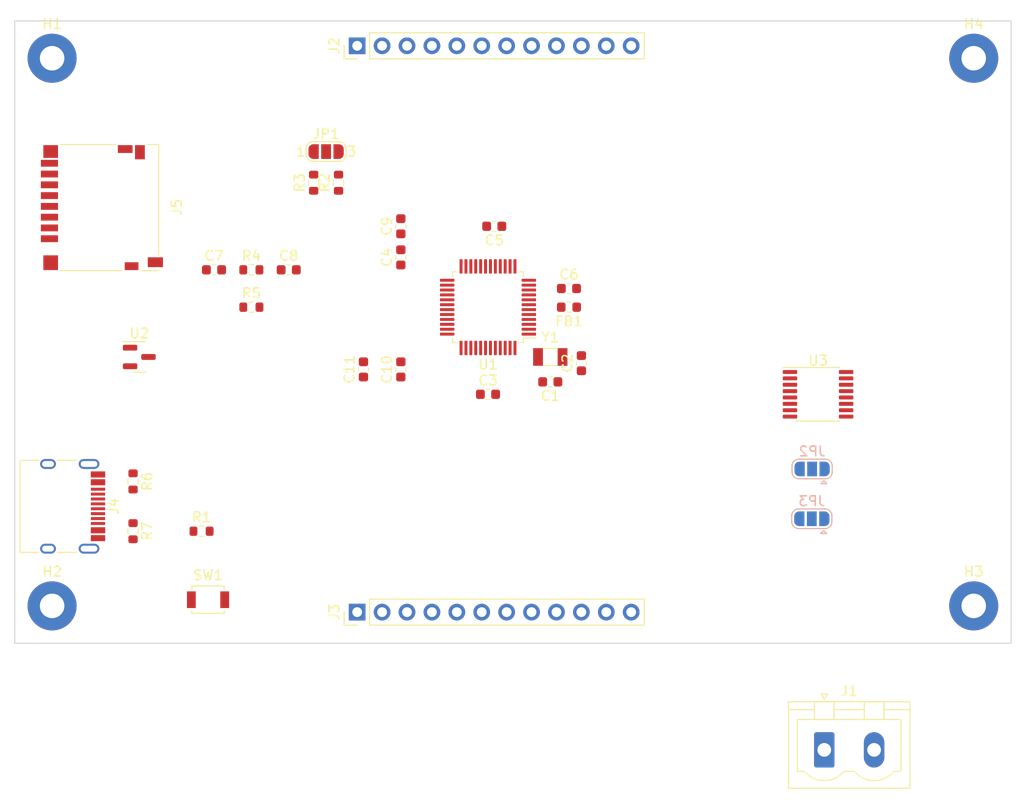
<source format=kicad_pcb>
(kicad_pcb (version 20211014) (generator pcbnew)
  (layers (0 "F.Cu" signal) (31 "B.Cu" signal) (34 "B.Paste" user) (35 "F.Paste" user) (36 "B.SilkS" user "B.Silkscreen") (37 "F.SilkS" user "F.Silkscreen") (38 "B.Mask" user) (39 "F.Mask" user) (44 "Edge.Cuts" user))
  (net 0 "")
  (net 1 "GND")
  (net 2 "Net-(C1-Pad2)")
  (net 3 "Net-(C2-Pad2)")
  (net 4 "Net-(C3-Pad2)")
  (net 5 "+3V3")
  (net 6 "Net-(C6-Pad1)")
  (net 7 "+BATT")
  (net 8 "D9{slash}A7")
  (net 9 "MICROSD_PWR")
  (net 10 "Net-(C11-Pad2)")
  (net 11 "VBUS")
  (net 12 "Net-(C10-Pad2)")
  (net 14 "MICROSD_CS")
  (net 15 "SPI_COPI")
  (net 16 "SPI_SCK")
  (net 17 "SPI_CIPO")
  (net 19 "ADDR_A0")
  (net 20 "ADDR_A1")
  (net 21 "SDA")
  (net 22 "SCL")
  (net 23 "A0")
  (net 24 "AREF")
  (net 25 "A1")
  (net 26 "A2")
  (net 27 "A3")
  (net 28 "A4")
  (net 29 "D8")
  (net 30 "D4")
  (net 31 "D3")
  (net 32 "D1{slash}TXO")
  (net 33 "D0{slash}RXI")
  (net 34 "PA13{slash}ATN")
  (net 35 "D2")
  (net 36 "D5")
  (net 37 "D11")
  (net 38 "D13")
  (net 39 "D10")
  (net 40 "D12")
  (net 41 "D6")
  (net 42 "D7")
  (net 43 "USB_D-")
  (net 44 "USB_D+")
  (net 45 "TXD")
  (net 46 "RXD")
  (net 47 "TX_LED")
  (net 48 "USB_HOST_EN")
  (net 49 "SWCLK")
  (net 50 "SWDIO")
  (net 51 "A5")
  (net 52 "RX_LED")
  (net 76 "Net-(J4-PadB5)")
  (net 78 "Net-(J4-PadA5)")
  (net 81 "Net-(JP1-Pad1)")
  (net 82 "Net-(JP1-Pad3)")
  (net 83 "Net-(R1-Pad1)")
  (net 84 "~{RESET}")
  (net 85 "AIN3")
  (net 86 "AIN2")
  (net 89 "AIN1")
  (net 90 "AIN0")
  (net 91 "5V_SW")
  (net 92 "3.3V_SW")
  (footprint "Resistor_SMD:R_0603_1608Metric" (layer "F.Cu") (at 121.92 85.09 90)
    (fp_text reference "R2" (at 0 -1.43 90) (layer "F.SilkS"))
    (fp_text value "2.2k")
    (fp_line (start -0.237258 0.5225) (end 0.237258 0.5225) (layer "F.SilkS") (width 0.12))
    (fp_line (start -0.237258 -0.5225) (end 0.237258 -0.5225) (layer "F.SilkS") (width 0.12))
    (pad "1" smd roundrect (at -0.825 0 90) (size 0.8 0.95) (layers "F.Cu" "F.Paste" "F.Mask") (net 22 "SCL"))
    (pad "2" smd roundrect (at 0.825 0 90) (size 0.8 0.95) (layers "F.Cu" "F.Paste" "F.Mask") (net 82 "Net-(JP1-Pad3)"))
  )
  (footprint "Inductor_SMD:L_0603_1608Metric" (layer "F.Cu") (at 145.415 97.79 180)
    (fp_text reference "FB1" (at 0 -1.43) (layer "F.SilkS"))
    (fp_text value "FerriteBead")
    (fp_line (start -0.162779 -0.51) (end 0.162779 -0.51) (layer "F.SilkS") (width 0.12))
    (fp_line (start -0.162779 0.51) (end 0.162779 0.51) (layer "F.SilkS") (width 0.12))
    (pad "1" smd roundrect (at -0.7875 0 180) (size 0.875 0.95) (layers "F.Cu" "F.Paste" "F.Mask") (net 5 "+3V3"))
    (pad "2" smd roundrect (at 0.7875 0 180) (size 0.875 0.95) (layers "F.Cu" "F.Paste" "F.Mask") (net 6 "Net-(C6-Pad1)"))
  )
  (footprint "Jumper:SolderJumper-3_P1.3mm_Open_RoundedPad1.0x1.5mm_NumberLabels" (layer "F.Cu") (at 120.65 81.915)
    (fp_text reference "JP1" (at 0 -1.8) (layer "F.SilkS"))
    (fp_text value "SolderJumper_3_Bridged123")
    (fp_text user "3" (at 2.6 0) (layer "F.SilkS"))
    (fp_text user "1" (at -2.6 0) (layer "F.SilkS"))
    (fp_line (start 2.05 -0.3) (end 2.05 0.3) (layer "F.SilkS") (width 0.12))
    (fp_line (start -2.05 0.3) (end -2.05 -0.3) (layer "F.SilkS") (width 0.12))
    (fp_line (start -1.4 -1) (end 1.4 -1) (layer "F.SilkS") (width 0.12))
    (fp_line (start 1.4 1) (end -1.4 1) (layer "F.SilkS") (width 0.12))
    (fp_arc (start -2.05 -0.3) (mid -1.844975 -0.794975) (end -1.35 -1) (layer "F.SilkS") (width 0.12))
    (fp_arc (start -1.35 1) (mid -1.844975 0.794975) (end -2.05 0.3) (layer "F.SilkS") (width 0.12))
    (fp_arc (start 2.05 0.3) (mid 1.844975 0.794975) (end 1.35 1) (layer "F.SilkS") (width 0.12))
    (fp_arc (start 1.35 -1) (mid 1.844975 -0.794975) (end 2.05 -0.3) (layer "F.SilkS") (width 0.12))
    (pad "1" smd custom (at -1.3 0) (size 1 0.5) (layers "F.Cu" "F.Mask") (net 81 "Net-(JP1-Pad1)") (options (clearance outline) (anchor rect)) (primitives (gr_circle (center 0 0.25) (end 0.5 0.25) (width 0) (fill yes)) (gr_circle (center 0 -0.25) (end 0.5 -0.25) (width 0) (fill yes)) (gr_poly (pts (xy 0.55 0.75) (xy 0 0.75) (xy 0 -0.75) (xy 0.55 -0.75)) (width 0) (fill yes))))
    (pad "2" smd rect (at 0 0) (size 1 1.5) (layers "F.Cu" "F.Mask") (net 5 "+3V3"))
    (pad "3" smd custom (at 1.3 0) (size 1 0.5) (layers "F.Cu" "F.Mask") (net 82 "Net-(JP1-Pad3)") (options (clearance outline) (anchor rect)) (primitives (gr_circle (center 0 0.25) (end 0.5 0.25) (width 0) (fill yes)) (gr_circle (center 0 -0.25) (end 0.5 -0.25) (width 0) (fill yes)) (gr_poly (pts (xy 0 0.75) (xy -0.55 0.75) (xy -0.55 -0.75) (xy 0 -0.75)) (width 0) (fill yes))))
  )
  (footprint "Capacitor_SMD:C_0603_1608Metric" (layer "F.Cu") (at 137.16 106.68)
    (fp_text reference "C3" (at 0 -1.43) (layer "F.SilkS"))
    (fp_text value "0.1uF")
    (fp_line (start -0.14058 -0.51) (end 0.14058 -0.51) (layer "F.SilkS") (width 0.12))
    (fp_line (start -0.14058 0.51) (end 0.14058 0.51) (layer "F.SilkS") (width 0.12))
    (pad "1" smd roundrect (at -0.775 0) (size 0.9 0.95) (layers "F.Cu" "F.Paste" "F.Mask") (net 1 "GND"))
    (pad "2" smd roundrect (at 0.775 0) (size 0.9 0.95) (layers "F.Cu" "F.Paste" "F.Mask") (net 4 "Net-(C3-Pad2)"))
  )
  (footprint "Package_QFP:TQFP-48_7x7mm_P0.5mm" (layer "F.Cu") (at 137.16 97.79 180)
    (fp_text reference "U1" (at 0 -5.85) (layer "F.SilkS"))
    (fp_text value "ATSAMD21G18A-A")
    (fp_line (start 3.16 -3.61) (end 3.61 -3.61) (layer "F.SilkS") (width 0.12))
    (fp_line (start -3.61 3.61) (end -3.61 3.16) (layer "F.SilkS") (width 0.12))
    (fp_line (start -3.16 -3.61) (end -3.61 -3.61) (layer "F.SilkS") (width 0.12))
    (fp_line (start 3.16 3.61) (end 3.61 3.61) (layer "F.SilkS") (width 0.12))
    (fp_line (start -3.61 -3.61) (end -3.61 -3.16) (layer "F.SilkS") (width 0.12))
    (fp_line (start -3.16 3.61) (end -3.61 3.61) (layer "F.SilkS") (width 0.12))
    (fp_line (start 3.61 3.61) (end 3.61 3.16) (layer "F.SilkS") (width 0.12))
    (fp_line (start -3.61 -3.16) (end -4.9 -3.16) (layer "F.SilkS") (width 0.12))
    (fp_line (start 3.61 -3.61) (end 3.61 -3.16) (layer "F.SilkS") (width 0.12))
    (pad "1" smd roundrect (at -4.1625 -2.75 180) (size 1.475 0.3) (layers "F.Cu" "F.Paste" "F.Mask") (net 2 "Net-(C1-Pad2)"))
    (pad "2" smd roundrect (at -4.1625 -2.25 180) (size 1.475 0.3) (layers "F.Cu" "F.Paste" "F.Mask") (net 3 "Net-(C2-Pad2)"))
    (pad "3" smd roundrect (at -4.1625 -1.75 180) (size 1.475 0.3) (layers "F.Cu" "F.Paste" "F.Mask") (net 23 "A0"))
    (pad "4" smd roundrect (at -4.1625 -1.25 180) (size 1.475 0.3) (layers "F.Cu" "F.Paste" "F.Mask") (net 24 "AREF"))
    (pad "5" smd roundrect (at -4.1625 -0.75 180) (size 1.475 0.3) (layers "F.Cu" "F.Paste" "F.Mask") (net 1 "GND"))
    (pad "6" smd roundrect (at -4.1625 -0.25 180) (size 1.475 0.3) (layers "F.Cu" "F.Paste" "F.Mask") (net 6 "Net-(C6-Pad1)"))
    (pad "7" smd roundrect (at -4.1625 0.25 180) (size 1.475 0.3) (layers "F.Cu" "F.Paste" "F.Mask") (net 25 "A1"))
    (pad "8" smd roundrect (at -4.1625 0.75 180) (size 1.475 0.3) (layers "F.Cu" "F.Paste" "F.Mask") (net 26 "A2"))
    (pad "9" smd roundrect (at -4.1625 1.25 180) (size 1.475 0.3) (layers "F.Cu" "F.Paste" "F.Mask") (net 27 "A3"))
    (pad "10" smd roundrect (at -4.1625 1.75 180) (size 1.475 0.3) (layers "F.Cu" "F.Paste" "F.Mask") (net 28 "A4"))
    (pad "11" smd roundrect (at -4.1625 2.25 180) (size 1.475 0.3) (layers "F.Cu" "F.Paste" "F.Mask") (net 29 "D8"))
    (pad "12" smd roundrect (at -4.1625 2.75 180) (size 1.475 0.3) (layers "F.Cu" "F.Paste" "F.Mask") (net 8 "D9{slash}A7"))
    (pad "13" smd roundrect (at -2.75 4.1625 180) (size 0.3 1.475) (layers "F.Cu" "F.Paste" "F.Mask") (net 30 "D4"))
    (pad "14" smd roundrect (at -2.25 4.1625 180) (size 0.3 1.475) (layers "F.Cu" "F.Paste" "F.Mask") (net 31 "D3"))
    (pad "15" smd roundrect (at -1.75 4.1625 180) (size 0.3 1.475) (layers "F.Cu" "F.Paste" "F.Mask") (net 32 "D1{slash}TXO"))
    (pad "16" smd roundrect (at -1.25 4.1625 180) (size 0.3 1.475) (layers "F.Cu" "F.Paste" "F.Mask") (net 33 "D0{slash}RXI"))
    (pad "17" smd roundrect (at -0.75 4.1625 180) (size 0.3 1.475) (layers "F.Cu" "F.Paste" "F.Mask") (net 5 "+3V3"))
    (pad "18" smd roundrect (at -0.25 4.1625 180) (size 0.3 1.475) (layers "F.Cu" "F.Paste" "F.Mask") (net 1 "GND"))
    (pad "19" smd roundrect (at 0.25 4.1625 180) (size 0.3 1.475) (layers "F.Cu" "F.Paste" "F.Mask") (net 15 "SPI_COPI"))
    (pad "20" smd roundrect (at 0.75 4.1625 180) (size 0.3 1.475) (layers "F.Cu" "F.Paste" "F.Mask") (net 16 "SPI_SCK"))
    (pad "21" smd roundrect (at 1.25 4.1625 180) (size 0.3 1.475) (layers "F.Cu" "F.Paste" "F.Mask") (net 17 "SPI_CIPO"))
    (pad "22" smd roundrect (at 1.75 4.1625 180) (size 0.3 1.475) (layers "F.Cu" "F.Paste" "F.Mask") (net 34 "PA13{slash}ATN"))
    (pad "23" smd roundrect (at 2.25 4.1625 180) (size 0.3 1.475) (layers "F.Cu" "F.Paste" "F.Mask") (net 35 "D2"))
    (pad "24" smd roundrect (at 2.75 4.1625 180) (size 0.3 1.475) (layers "F.Cu" "F.Paste" "F.Mask") (net 36 "D5"))
    (pad "25" smd roundrect (at 4.1625 2.75 180) (size 1.475 0.3) (layers "F.Cu" "F.Paste" "F.Mask") (net 37 "D11"))
    (pad "26" smd roundrect (at 4.1625 2.25 180) (size 1.475 0.3) (layers "F.Cu" "F.Paste" "F.Mask") (net 38 "D13"))
    (pad "27" smd roundrect (at 4.1625 1.75 180) (size 1.475 0.3) (layers "F.Cu" "F.Paste" "F.Mask") (net 39 "D10"))
    (pad "28" smd roundrect (at 4.1625 1.25 180) (size 1.475 0.3) (layers "F.Cu" "F.Paste" "F.Mask") (net 40 "D12"))
    (pad "29" smd roundrect (at 4.1625 0.75 180) (size 1.475 0.3) (layers "F.Cu" "F.Paste" "F.Mask") (net 41 "D6"))
    (pad "30" smd roundrect (at 4.1625 0.25 180) (size 1.475 0.3) (layers "F.Cu" "F.Paste" "F.Mask") (net 42 "D7"))
    (pad "31" smd roundrect (at 4.1625 -0.25 180) (size 1.475 0.3) (layers "F.Cu" "F.Paste" "F.Mask") (net 21 "SDA"))
    (pad "32" smd roundrect (at 4.1625 -0.75 180) (size 1.475 0.3) (layers "F.Cu" "F.Paste" "F.Mask") (net 22 "SCL"))
    (pad "33" smd roundrect (at 4.1625 -1.25 180) (size 1.475 0.3) (layers "F.Cu" "F.Paste" "F.Mask") (net 43 "USB_D-"))
    (pad "34" smd roundrect (at 4.1625 -1.75 180) (size 1.475 0.3) (layers "F.Cu" "F.Paste" "F.Mask") (net 44 "USB_D+"))
    (pad "35" smd roundrect (at 4.1625 -2.25 180) (size 1.475 0.3) (layers "F.Cu" "F.Paste" "F.Mask") (net 1 "GND"))
    (pad "36" smd roundrect (at 4.1625 -2.75 180) (size 1.475 0.3) (layers "F.Cu" "F.Paste" "F.Mask") (net 5 "+3V3"))
    (pad "37" smd roundrect (at 2.75 -4.1625 180) (size 0.3 1.475) (layers "F.Cu" "F.Paste" "F.Mask") (net 45 "TXD"))
    (pad "38" smd roundrect (at 2.25 -4.1625 180) (size 0.3 1.475) (layers "F.Cu" "F.Paste" "F.Mask") (net 46 "RXD"))
    (pad "39" smd roundrect (at 1.75 -4.1625 180) (size 0.3 1.475) (layers "F.Cu" "F.Paste" "F.Mask") (net 47 "TX_LED"))
    (pad "40" smd roundrect (at 1.25 -4.1625 180) (size 0.3 1.475) (layers "F.Cu" "F.Paste" "F.Mask") (net 83 "Net-(R1-Pad1)"))
    (pad "41" smd roundrect (at 0.75 -4.1625 180) (size 0.3 1.475) (layers "F.Cu" "F.Paste" "F.Mask") (net 48 "USB_HOST_EN"))
    (pad "42" smd roundrect (at 0.25 -4.1625 180) (size 0.3 1.475) (layers "F.Cu" "F.Paste" "F.Mask") (net 1 "GND"))
    (pad "43" smd roundrect (at -0.25 -4.1625 180) (size 0.3 1.475) (layers "F.Cu" "F.Paste" "F.Mask") (net 4 "Net-(C3-Pad2)"))
    (pad "44" smd roundrect (at -0.75 -4.1625 180) (size 0.3 1.475) (layers "F.Cu" "F.Paste" "F.Mask") (net 5 "+3V3"))
    (pad "45" smd roundrect (at -1.25 -4.1625 180) (size 0.3 1.475) (layers "F.Cu" "F.Paste" "F.Mask") (net 49 "SWCLK"))
    (pad "46" smd roundrect (at -1.75 -4.1625 180) (size 0.3 1.475) (layers "F.Cu" "F.Paste" "F.Mask") (net 50 "SWDIO"))
    (pad "47" smd roundrect (at -2.25 -4.1625 180) (size 0.3 1.475) (layers "F.Cu" "F.Paste" "F.Mask") (net 51 "A5"))
    (pad "48" smd roundrect (at -2.75 -4.1625 180) (size 0.3 1.475) (layers "F.Cu" "F.Paste" "F.Mask") (net 52 "RX_LED"))
  )
  (footprint "Resistor_SMD:R_0603_1608Metric" (layer "F.Cu") (at 113.03 97.79)
    (fp_text reference "R5" (at 0 -1.43) (layer "F.SilkS"))
    (fp_text value "1M")
    (fp_line (start -0.237258 -0.5225) (end 0.237258 -0.5225) (layer "F.SilkS") (width 0.12))
    (fp_line (start -0.237258 0.5225) (end 0.237258 0.5225) (layer "F.SilkS") (width 0.12))
    (pad "1" smd roundrect (at -0.825 0) (size 0.8 0.95) (layers "F.Cu" "F.Paste" "F.Mask") (net 1 "GND"))
    (pad "2" smd roundrect (at 0.825 0) (size 0.8 0.95) (layers "F.Cu" "F.Paste" "F.Mask") (net 8 "D9{slash}A7"))
  )
  (footprint "Capacitor_SMD:C_0603_1608Metric" (layer "F.Cu") (at 146.685 103.505 90)
    (fp_text reference "C2" (at 0 -1.43 90) (layer "F.SilkS"))
    (fp_text value "22nF")
    (fp_line (start -0.14058 0.51) (end 0.14058 0.51) (layer "F.SilkS") (width 0.12))
    (fp_line (start -0.14058 -0.51) (end 0.14058 -0.51) (layer "F.SilkS") (width 0.12))
    (pad "1" smd roundrect (at -0.775 0 90) (size 0.9 0.95) (layers "F.Cu" "F.Paste" "F.Mask") (net 1 "GND"))
    (pad "2" smd roundrect (at 0.775 0 90) (size 0.9 0.95) (layers "F.Cu" "F.Paste" "F.Mask") (net 3 "Net-(C2-Pad2)"))
  )
  (footprint "Resistor_SMD:R_0603_1608Metric" (layer "F.Cu") (at 100.965 115.57 -90)
    (fp_text reference "R6" (at 0 -1.43 90) (layer "F.SilkS"))
    (fp_text value "5.1k")
    (fp_line (start -0.237258 -0.5225) (end 0.237258 -0.5225) (layer "F.SilkS") (width 0.12))
    (fp_line (start -0.237258 0.5225) (end 0.237258 0.5225) (layer "F.SilkS") (width 0.12))
    (pad "1" smd roundrect (at -0.825 0 270) (size 0.8 0.95) (layers "F.Cu" "F.Paste" "F.Mask") (net 78 "Net-(J4-PadA5)"))
    (pad "2" smd roundrect (at 0.825 0 270) (size 0.8 0.95) (layers "F.Cu" "F.Paste" "F.Mask") (net 1 "GND"))
  )
  (footprint "MountingHole:MountingHole_2.5mm_Pad" (layer "F.Cu") (at 186.69 128.27)
    (fp_text reference "H3" (at 0 -3.5) (layer "F.SilkS"))
    (fp_text value "MountingHole")
    (pad "1" thru_hole circle (at 0 0) (size 5 5) (drill 2.5) (layers *.Cu *.Mask))
  )
  (footprint "Capacitor_SMD:C_0603_1608Metric" (layer "F.Cu") (at 137.795 89.535 180)
    (fp_text reference "C5" (at 0 -1.43) (layer "F.SilkS"))
    (fp_text value "0.1uF")
    (fp_line (start -0.14058 -0.51) (end 0.14058 -0.51) (layer "F.SilkS") (width 0.12))
    (fp_line (start -0.14058 0.51) (end 0.14058 0.51) (layer "F.SilkS") (width 0.12))
    (pad "1" smd roundrect (at -0.775 0 180) (size 0.9 0.95) (layers "F.Cu" "F.Paste" "F.Mask") (net 5 "+3V3"))
    (pad "2" smd roundrect (at 0.775 0 180) (size 0.9 0.95) (layers "F.Cu" "F.Paste" "F.Mask") (net 1 "GND"))
  )
  (footprint "Capacitor_SMD:C_0603_1608Metric" (layer "F.Cu") (at 145.415 95.885)
    (fp_text reference "C6" (at 0 -1.43) (layer "F.SilkS"))
    (fp_text value "0.1uF")
    (fp_line (start -0.14058 0.51) (end 0.14058 0.51) (layer "F.SilkS") (width 0.12))
    (fp_line (start -0.14058 -0.51) (end 0.14058 -0.51) (layer "F.SilkS") (width 0.12))
    (pad "1" smd roundrect (at -0.775 0) (size 0.9 0.95) (layers "F.Cu" "F.Paste" "F.Mask") (net 6 "Net-(C6-Pad1)"))
    (pad "2" smd roundrect (at 0.775 0) (size 0.9 0.95) (layers "F.Cu" "F.Paste" "F.Mask") (net 1 "GND"))
  )
  (footprint "Connector_Phoenix_MSTB:PhoenixContact_MSTBVA_2,5_2-G-5,08_1x02_P5.08mm_Vertical" (layer "F.Cu") (at 171.45 142.9625)
    (fp_text reference "J1" (at 2.54 -6) (layer "F.SilkS"))
    (fp_text value "Screw_Terminal_01x02")
    (fp_line (start -1 -3.1) (end -1 -4.91) (layer "F.SilkS") (width 0.12))
    (fp_line (start 4.08 -4.91) (end 6.08 -4.91) (layer "F.SilkS") (width 0.12))
    (fp_line (start -2 2.2) (end -2.74 2.2) (layer "F.SilkS") (width 0.12))
    (fp_line (start 8.73 -4.91) (end -3.65 -4.91) (layer "F.SilkS") (width 0.12))
    (fp_line (start -3.65 -4.1) (end -1.11 -4.1) (layer "F.SilkS") (width 0.12))
    (fp_line (start 8.73 -4.1) (end 6.19 -4.1) (layer "F.SilkS") (width 0.12))
    (fp_line (start 0 -5.11) (end -0.3 -5.71) (layer "F.SilkS") (width 0.12))
    (fp_line (start 6.08 -3.1) (end 4.08 -3.1) (layer "F.SilkS") (width 0.12))
    (fp_line (start 2 2.2) (end 3.08 2.2) (layer "F.SilkS") (width 0.12))
    (fp_line (start 8.73 3.91) (end 8.73 -4.91) (layer "F.SilkS") (width 0.12))
    (fp_line (start -2.74 -3.1) (end 7.82 -3.1) (layer "F.SilkS") (width 0.12))
    (fp_line (start -3.65 -4.91) (end -3.65 3.91) (layer "F.SilkS") (width 0.12))
    (fp_line (start 0.3 -5.71) (end 0 -5.11) (layer "F.SilkS") (width 0.12))
    (fp_line (start 1 -3.1) (end -1 -3.1) (layer "F.SilkS") (width 0.12))
    (fp_line (start -2.74 2.2) (end -2.74 -3.1) (layer "F.SilkS") (width 0.12))
    (fp_line (start 4.08 -3.1) (end 4.08 -4.91) (layer "F.SilkS") (width 0.12))
    (fp_line (start 1 -4.91) (end 1 -3.1) (layer "F.SilkS") (width 0.12))
    (fp_line (start 6.08 -4.91) (end 6.08 -3.1) (layer "F.SilkS") (width 0.12))
    (fp_line (start -1 -4.91) (end 1 -4.91) (layer "F.SilkS") (width 0.12))
    (fp_line (start 7.82 2.2) (end 7.08 2.2) (layer "F.SilkS") (width 0.12))
    (fp_line (start -0.3 -5.71) (end 0.3 -5.71) (layer "F.SilkS") (width 0.12))
    (fp_line (start 1 -4.1) (end 4.08 -4.1) (layer "F.SilkS") (width 0.12))
    (fp_line (start 7.82 -3.1) (end 7.82 2.2) (layer "F.SilkS") (width 0.12))
    (fp_line (start -3.65 3.91) (end 8.73 3.91) (layer "F.SilkS") (width 0.12))
    (fp_arc (start 7.066842 2.215821) (mid 5.069711 3.142758) (end 3.08 2.2) (layer "F.SilkS") (width 0.12))
    (fp_arc (start 1.986842 2.215821) (mid -0.010289 3.142758) (end -2 2.2) (layer "F.SilkS") (width 0.12))
    (pad "1" thru_hole roundrect (at 0 0) (size 2.08 3.6) (drill 1.4) (layers *.Cu *.Mask) (roundrect_rratio 0.120192) (net 7 "+BATT"))
    (pad "2" thru_hole oval (at 5.08 0) (size 2.08 3.6) (drill 1.4) (layers *.Cu *.Mask) (net 1 "GND"))
  )
  (footprint "Capacitor_SMD:C_0603_1608Metric" (layer "F.Cu") (at 128.27 104.14 90)
    (fp_text reference "C10" (at 0 -1.43 90) (layer "F.SilkS"))
    (fp_text value "0.1uF")
    (fp_line (start -0.14058 -0.51) (end 0.14058 -0.51) (layer "F.SilkS") (width 0.12))
    (fp_line (start -0.14058 0.51) (end 0.14058 0.51) (layer "F.SilkS") (width 0.12))
    (pad "1" smd roundrect (at -0.775 0 90) (size 0.9 0.95) (layers "F.Cu" "F.Paste" "F.Mask") (net 1 "GND"))
    (pad "2" smd roundrect (at 0.775 0 90) (size 0.9 0.95) (layers "F.Cu" "F.Paste" "F.Mask") (net 12 "Net-(C10-Pad2)"))
  )
  (footprint "Capacitor_SMD:C_0603_1608Metric" (layer "F.Cu") (at 128.27 89.535 90)
    (fp_text reference "C9" (at 0 -1.43 90) (layer "F.SilkS"))
    (fp_text value "1uF")
    (fp_line (start -0.14058 -0.51) (end 0.14058 -0.51) (layer "F.SilkS") (width 0.12))
    (fp_line (start -0.14058 0.51) (end 0.14058 0.51) (layer "F.SilkS") (width 0.12))
    (pad "1" smd roundrect (at -0.775 0 90) (size 0.9 0.95) (layers "F.Cu" "F.Paste" "F.Mask") (net 1 "GND"))
    (pad "2" smd roundrect (at 0.775 0 90) (size 0.9 0.95) (layers "F.Cu" "F.Paste" "F.Mask") (net 5 "+3V3"))
  )
  (footprint "Capacitor_SMD:C_0603_1608Metric" (layer "F.Cu") (at 143.51 105.41 180)
    (fp_text reference "C1" (at 0 -1.43) (layer "F.SilkS"))
    (fp_text value "22nF")
    (fp_line (start -0.14058 -0.51) (end 0.14058 -0.51) (layer "F.SilkS") (width 0.12))
    (fp_line (start -0.14058 0.51) (end 0.14058 0.51) (layer "F.SilkS") (width 0.12))
    (pad "1" smd roundrect (at -0.775 0 180) (size 0.9 0.95) (layers "F.Cu" "F.Paste" "F.Mask") (net 1 "GND"))
    (pad "2" smd roundrect (at 0.775 0 180) (size 0.9 0.95) (layers "F.Cu" "F.Paste" "F.Mask") (net 2 "Net-(C1-Pad2)"))
  )
  (footprint "Capacitor_SMD:C_0603_1608Metric" (layer "F.Cu") (at 128.27 92.71 90)
    (fp_text reference "C4" (at 0 -1.43 90) (layer "F.SilkS"))
    (fp_text value "0.1uF")
    (fp_line (start -0.14058 -0.51) (end 0.14058 -0.51) (layer "F.SilkS") (width 0.12))
    (fp_line (start -0.14058 0.51) (end 0.14058 0.51) (layer "F.SilkS") (width 0.12))
    (pad "1" smd roundrect (at -0.775 0 90) (size 0.9 0.95) (layers "F.Cu" "F.Paste" "F.Mask") (net 1 "GND"))
    (pad "2" smd roundrect (at 0.775 0 90) (size 0.9 0.95) (layers "F.Cu" "F.Paste" "F.Mask") (net 5 "+3V3"))
  )
  (footprint "Connector_PinHeader_2.54mm:PinHeader_1x12_P2.54mm_Vertical" (layer "F.Cu") (at 123.82 128.905 90)
    (fp_text reference "J3" (at 0 -2.33 90) (layer "F.SilkS"))
    (fp_text value "Conn_01x12")
    (fp_line (start -1.33 1.27) (end -1.33 29.27) (layer "F.SilkS") (width 0.12))
    (fp_line (start -1.33 29.27) (end 1.33 29.27) (layer "F.SilkS") (width 0.12))
    (fp_line (start 1.33 1.27) (end 1.33 29.27) (layer "F.SilkS") (width 0.12))
    (fp_line (start -1.33 1.27) (end 1.33 1.27) (layer "F.SilkS") (width 0.12))
    (fp_line (start -1.33 0) (end -1.33 -1.33) (layer "F.SilkS") (width 0.12))
    (fp_line (start -1.33 -1.33) (end 0 -1.33) (layer "F.SilkS") (width 0.12))
    (pad "1" thru_hole rect (at 0 0 90) (size 1.7 1.7) (drill 1) (layers *.Cu *.Mask))
    (pad "2" thru_hole oval (at 0 2.54 90) (size 1.7 1.7) (drill 1) (layers *.Cu *.Mask))
    (pad "3" thru_hole oval (at 0 5.08 90) (size 1.7 1.7) (drill 1) (layers *.Cu *.Mask))
    (pad "4" thru_hole oval (at 0 7.62 90) (size 1.7 1.7) (drill 1) (layers *.Cu *.Mask))
    (pad "5" thru_hole oval (at 0 10.16 90) (size 1.7 1.7) (drill 1) (layers *.Cu *.Mask))
    (pad "6" thru_hole oval (at 0 12.7 90) (size 1.7 1.7) (drill 1) (layers *.Cu *.Mask))
    (pad "7" thru_hole oval (at 0 15.24 90) (size 1.7 1.7) (drill 1) (layers *.Cu *.Mask))
    (pad "8" thru_hole oval (at 0 17.78 90) (size 1.7 1.7) (drill 1) (layers *.Cu *.Mask))
    (pad "9" thru_hole oval (at 0 20.32 90) (size 1.7 1.7) (drill 1) (layers *.Cu *.Mask))
    (pad "10" thru_hole oval (at 0 22.86 90) (size 1.7 1.7) (drill 1) (layers *.Cu *.Mask))
    (pad "11" thru_hole oval (at 0 25.4 90) (size 1.7 1.7) (drill 1) (layers *.Cu *.Mask))
    (pad "12" thru_hole oval (at 0 27.94 90) (size 1.7 1.7) (drill 1) (layers *.Cu *.Mask))
  )
  (footprint "Crystal:Crystal_SMD_3215-2Pin_3.2x1.5mm" (layer "F.Cu") (at 143.51 102.87)
    (fp_text reference "Y1" (at 0 -2) (layer "F.SilkS"))
    (fp_text value "32.768kHz")
    (fp_line (start -0.675 -0.875) (end 0.675 -0.875) (layer "F.SilkS") (width 0.12))
    (fp_line (start -0.675 0.875) (end 0.675 0.875) (layer "F.SilkS") (width 0.12))
    (pad "1" smd rect (at 1.25 0) (size 1 1.8) (layers "F.Cu" "F.Paste" "F.Mask") (net 3 "Net-(C2-Pad2)"))
    (pad "2" smd rect (at -1.25 0) (size 1 1.8) (layers "F.Cu" "F.Paste" "F.Mask") (net 2 "Net-(C1-Pad2)"))
  )
  (footprint "Button_Switch_SMD:SW_SPST_B3U-1000P" (layer "F.Cu") (at 108.61 127.64)
    (fp_text reference "SW1" (at 0 -2.5) (layer "F.SilkS"))
    (fp_text value "SW_SPST")
    (fp_line (start -1.65 -1.4) (end 1.65 -1.4) (layer "F.SilkS") (width 0.12))
    (fp_line (start -1.65 -1.1) (end -1.65 -1.4) (layer "F.SilkS") (width 0.12))
    (fp_line (start 1.65 1.4) (end 1.65 1.1) (layer "F.SilkS") (width 0.12))
    (fp_line (start 1.65 -1.4) (end 1.65 -1.1) (layer "F.SilkS") (width 0.12))
    (fp_line (start -1.65 1.1) (end -1.65 1.4) (layer "F.SilkS") (width 0.12))
    (fp_line (start -1.65 1.4) (end 1.65 1.4) (layer "F.SilkS") (width 0.12))
    (pad "1" smd rect (at -1.7 0) (size 0.9 1.7) (layers "F.Cu" "F.Paste" "F.Mask") (net 1 "GND"))
    (pad "2" smd rect (at 1.7 0) (size 0.9 1.7) (layers "F.Cu" "F.Paste" "F.Mask") (net 83 "Net-(R1-Pad1)"))
  )
  (footprint "Resistor_SMD:R_0603_1608Metric" (layer "F.Cu") (at 113.03 93.98)
    (fp_text reference "R4" (at 0 -1.43) (layer "F.SilkS"))
    (fp_text value "4M")
    (fp_line (start -0.237258 -0.5225) (end 0.237258 -0.5225) (layer "F.SilkS") (width 0.12))
    (fp_line (start -0.237258 0.5225) (end 0.237258 0.5225) (layer "F.SilkS") (width 0.12))
    (pad "1" smd roundrect (at -0.825 0) (size 0.8 0.95) (layers "F.Cu" "F.Paste" "F.Mask") (net 8 "D9{slash}A7"))
    (pad "2" smd roundrect (at 0.825 0) (size 0.8 0.95) (layers "F.Cu" "F.Paste" "F.Mask") (net 7 "+BATT"))
  )
  (footprint "Package_SO:TSSOP-16_4.4x5mm_P0.65mm" (layer "F.Cu") (at 170.815 106.68)
    (fp_text reference "U3" (at 0 -3.45) (layer "F.SilkS"))
    (fp_text value "ADS122C04IPW")
    (fp_line (start 0 -2.735) (end 2.2 -2.735) (layer "F.SilkS") (width 0.12))
    (fp_line (start 0 2.735) (end 2.2 2.735) (layer "F.SilkS") (width 0.12))
    (fp_line (start 0 2.735) (end -2.2 2.735) (layer "F.SilkS") (width 0.12))
    (fp_line (start 0 -2.735) (end -3.6 -2.735) (layer "F.SilkS") (width 0.12))
    (pad "1" smd roundrect (at -2.8625 -2.275) (size 1.475 0.4) (layers "F.Cu" "F.Paste" "F.Mask") (net 19 "ADDR_A0"))
    (pad "2" smd roundrect (at -2.8625 -1.625) (size 1.475 0.4) (layers "F.Cu" "F.Paste" "F.Mask") (net 20 "ADDR_A1"))
    (pad "3" smd roundrect (at -2.8625 -0.975) (size 1.475 0.4) (layers "F.Cu" "F.Paste" "F.Mask") (net 84 "~{RESET}"))
    (pad "4" smd roundrect (at -2.8625 -0.325) (size 1.475 0.4) (layers "F.Cu" "F.Paste" "F.Mask") (net 1 "GND"))
    (pad "5" smd roundrect (at -2.8625 0.325) (size 1.475 0.4) (layers "F.Cu" "F.Paste" "F.Mask") (net 1 "GND"))
    (pad "6" smd roundrect (at -2.8625 0.975) (size 1.475 0.4) (layers "F.Cu" "F.Paste" "F.Mask") (net 85 "AIN3"))
    (pad "7" smd roundrect (at -2.8625 1.625) (size 1.475 0.4) (layers "F.Cu" "F.Paste" "F.Mask") (net 86 "AIN2"))
    (pad "8" smd roundrect (at -2.8625 2.275) (size 1.475 0.4) (layers "F.Cu" "F.Paste" "F.Mask"))
    (pad "9" smd roundrect (at 2.8625 2.275) (size 1.475 0.4) (layers "F.Cu" "F.Paste" "F.Mask"))
    (pad "10" smd roundrect (at 2.8625 1.625) (size 1.475 0.4) (layers "F.Cu" "F.Paste" "F.Mask") (net 89 "AIN1"))
    (pad "11" smd roundrect (at 2.8625 0.975) (size 1.475 0.4) (layers "F.Cu" "F.Paste" "F.Mask") (net 90 "AIN0"))
    (pad "12" smd roundrect (at 2.8625 0.325) (size 1.475 0.4) (layers "F.Cu" "F.Paste" "F.Mask") (net 91 "5V_SW"))
    (pad "13" smd roundrect (at 2.8625 -0.325) (size 1.475 0.4) (layers "F.Cu" "F.Paste" "F.Mask") (net 92 "3.3V_SW"))
    (pad "14" smd roundrect (at 2.8625 -0.975) (size 1.475 0.4) (layers "F.Cu" "F.Paste" "F.Mask"))
    (pad "15" smd roundrect (at 2.8625 -1.625) (size 1.475 0.4) (layers "F.Cu" "F.Paste" "F.Mask") (net 21 "SDA"))
    (pad "16" smd roundrect (at 2.8625 -2.275) (size 1.475 0.4) (layers "F.Cu" "F.Paste" "F.Mask") (net 22 "SCL"))
  )
  (footprint "Resistor_SMD:R_0603_1608Metric" (layer "F.Cu") (at 100.965 120.65 -90)
    (fp_text reference "R7" (at 0 -1.43 90) (layer "F.SilkS"))
    (fp_text value "5.1k")
    (fp_line (start -0.237258 -0.5225) (end 0.237258 -0.5225) (layer "F.SilkS") (width 0.12))
    (fp_line (start -0.237258 0.5225) (end 0.237258 0.5225) (layer "F.SilkS") (width 0.12))
    (pad "1" smd roundrect (at -0.825 0 270) (size 0.8 0.95) (layers "F.Cu" "F.Paste" "F.Mask") (net 76 "Net-(J4-PadB5)"))
    (pad "2" smd roundrect (at 0.825 0 270) (size 0.8 0.95) (layers "F.Cu" "F.Paste" "F.Mask") (net 1 "GND"))
  )
  (footprint "Capacitor_SMD:C_0603_1608Metric" (layer "F.Cu") (at 116.84 93.98)
    (fp_text reference "C8" (at 0 -1.43) (layer "F.SilkS"))
    (fp_text value "0.1uF")
    (fp_line (start -0.14058 -0.51) (end 0.14058 -0.51) (layer "F.SilkS") (width 0.12))
    (fp_line (start -0.14058 0.51) (end 0.14058 0.51) (layer "F.SilkS") (width 0.12))
    (pad "1" smd roundrect (at -0.775 0) (size 0.9 0.95) (layers "F.Cu" "F.Paste" "F.Mask") (net 1 "GND"))
    (pad "2" smd roundrect (at 0.775 0) (size 0.9 0.95) (layers "F.Cu" "F.Paste" "F.Mask") (net 8 "D9{slash}A7"))
  )
  (footprint "Resistor_SMD:R_0603_1608Metric" (layer "F.Cu") (at 107.95 120.65)
    (fp_text reference "R1" (at 0 -1.43) (layer "F.SilkS"))
    (fp_text value "10k")
    (fp_line (start -0.237258 0.5225) (end 0.237258 0.5225) (layer "F.SilkS") (width 0.12))
    (fp_line (start -0.237258 -0.5225) (end 0.237258 -0.5225) (layer "F.SilkS") (width 0.12))
    (pad "1" smd roundrect (at -0.825 0) (size 0.8 0.95) (layers "F.Cu" "F.Paste" "F.Mask") (net 83 "Net-(R1-Pad1)"))
    (pad "2" smd roundrect (at 0.825 0) (size 0.8 0.95) (layers "F.Cu" "F.Paste" "F.Mask") (net 5 "+3V3"))
  )
  (footprint "MountingHole:MountingHole_2.5mm_Pad" (layer "F.Cu") (at 92.71 72.39)
    (fp_text reference "H1" (at 0 -3.5) (layer "F.SilkS"))
    (fp_text value "MountingHole")
    (pad "1" thru_hole circle (at 0 0) (size 5 5) (drill 2.5) (layers *.Cu *.Mask))
  )
  (footprint "Resistor_SMD:R_0603_1608Metric" (layer "F.Cu") (at 119.38 85.09 90)
    (fp_text reference "R3" (at 0 -1.43 90) (layer "F.SilkS"))
    (fp_text value "2.2k")
    (fp_line (start -0.237258 -0.5225) (end 0.237258 -0.5225) (layer "F.SilkS") (width 0.12))
    (fp_line (start -0.237258 0.5225) (end 0.237258 0.5225) (layer "F.SilkS") (width 0.12))
    (pad "1" smd roundrect (at -0.825 0 90) (size 0.8 0.95) (layers "F.Cu" "F.Paste" "F.Mask") (net 21 "SDA"))
    (pad "2" smd roundrect (at 0.825 0 90) (size 0.8 0.95) (layers "F.Cu" "F.Paste" "F.Mask") (net 81 "Net-(JP1-Pad1)"))
  )
  (footprint "Capacitor_SMD:C_0603_1608Metric" (layer "F.Cu") (at 109.22 93.98)
    (fp_text reference "C7" (at 0 -1.43) (layer "F.SilkS"))
    (fp_text value "1uF")
    (fp_line (start -0.14058 -0.51) (end 0.14058 -0.51) (layer "F.SilkS") (width 0.12))
    (fp_line (start -0.14058 0.51) (end 0.14058 0.51) (layer "F.SilkS") (width 0.12))
    (pad "1" smd roundrect (at -0.775 0) (size 0.9 0.95) (layers "F.Cu" "F.Paste" "F.Mask") (net 1 "GND"))
    (pad "2" smd roundrect (at 0.775 0) (size 0.9 0.95) (layers "F.Cu" "F.Paste" "F.Mask") (net 7 "+BATT"))
  )
  (footprint "Package_TO_SOT_SMD:SOT-23" (layer "F.Cu") (at 101.6 102.87)
    (fp_text reference "U2" (at 0 -2.4) (layer "F.SilkS"))
    (fp_text value "MCP1703A-3302_SOT23")
    (fp_line (start 0 1.56) (end -0.65 1.56) (layer "F.SilkS") (width 0.12))
    (fp_line (start 0 -1.56) (end -1.675 -1.56) (layer "F.SilkS") (width 0.12))
    (fp_line (start 0 1.56) (end 0.65 1.56) (layer "F.SilkS") (width 0.12))
    (fp_line (start 0 -1.56) (end 0.65 -1.56) (layer "F.SilkS") (width 0.12))
    (pad "1" smd roundrect (at -0.9375 -0.95) (size 1.475 0.6) (layers "F.Cu" "F.Paste" "F.Mask") (net 1 "GND"))
    (pad "2" smd roundrect (at -0.9375 0.95) (size 1.475 0.6) (layers "F.Cu" "F.Paste" "F.Mask") (net 5 "+3V3"))
    (pad "3" smd roundrect (at 0.9375 0) (size 1.475 0.6) (layers "F.Cu" "F.Paste" "F.Mask") (net 7 "+BATT"))
  )
  (footprint "Connector_Card:microSD_HC_Hirose_DM3D-SF" (layer "F.Cu") (at 97.79 87.63 -90)
    (fp_text reference "J5" (at -0.025 -7.625 90) (layer "F.SilkS"))
    (fp_text value "Micro_SD_Card")
    (fp_line (start 6.435 -2.075) (end 6.435 4.225) (layer "F.SilkS") (width 0.12))
    (fp_line (start -6.435 -4.625) (end -6.435 -5.785) (layer "F.SilkS") (width 0.12))
    (fp_line (start -6.435 -5.785) (end 4.825 -5.785) (layer "F.SilkS") (width 0.12))
    (fp_line (start -6.435 -1.375) (end -6.435 4.225) (layer "F.SilkS") (width 0.12))
    (fp_line (start 6.325 -5.785) (end 6.435 -5.785) (layer "F.SilkS") (width 0.12))
    (fp_line (start 6.435 -5.785) (end 6.435 -3.975) (layer "F.SilkS") (width 0.12))
    (pad "1" smd rect (at 3.175 5.35 270) (size 0.7 1.75) (layers "F.Cu" "F.Paste" "F.Mask"))
    (pad "2" smd rect (at 2.075 5.35 270) (size 0.7 1.75) (layers "F.Cu" "F.Paste" "F.Mask") (net 14 "MICROSD_CS"))
    (pad "3" smd rect (at 0.975 5.35 270) (size 0.7 1.75) (layers "F.Cu" "F.Paste" "F.Mask") (net 15 "SPI_COPI"))
    (pad "4" smd rect (at -0.125 5.35 270) (size 0.7 1.75) (layers "F.Cu" "F.Paste" "F.Mask") (net 9 "MICROSD_PWR"))
    (pad "5" smd rect (at -1.225 5.35 270) (size 0.7 1.75) (layers "F.Cu" "F.Paste" "F.Mask") (net 16 "SPI_SCK"))
    (pad "6" smd rect (at -2.325 5.35 270) (size 0.7 1.75) (layers "F.Cu" "F.Paste" "F.Mask") (net 1 "GND"))
    (pad "7" smd rect (at -3.425 5.35 270) (size 0.7 1.75) (layers "F.Cu" "F.Paste" "F.Mask") (net 17 "SPI_CIPO"))
    (pad "8" smd rect (at -4.525 5.35 270) (size 0.7 1.75) (layers "F.Cu" "F.Paste" "F.Mask"))
    (pad "9" smd rect (at -5.65 -3.875 270) (size 1.45 1) (layers "F.Cu" "F.Paste" "F.Mask") (net 1 "GND"))
    (pad "10" smd rect (at 5.575 -5.45 270) (size 1 1.55) (layers "F.Cu" "F.Paste" "F.Mask"))
    (pad "11" smd rect (at -5.725 5.225 270) (size 1.3 1.5) (layers "F.Cu" "F.Paste" "F.Mask"))
    (pad "11" smd rect (at -5.975 -2.375 270) (size 0.8 1.5) (layers "F.Cu" "F.Paste" "F.Mask"))
    (pad "11" smd rect (at 5.975 -3.025 270) (size 0.8 1.4) (layers "F.Cu" "F.Paste" "F.Mask"))
    (pad "11" smd rect (at 5.625 5.225 270) (size 1.5 1.5) (layers "F.Cu" "F.Paste" "F.Mask"))
  )
  (footprint "MountingHole:MountingHole_2.5mm_Pad" (layer "F.Cu") (at 92.71 128.27)
    (fp_text reference "H2" (at 0 -3.5) (layer "F.SilkS"))
    (fp_text value "MountingHole")
    (pad "1" thru_hole circle (at 0 0) (size 5 5) (drill 2.5) (layers *.Cu *.Mask))
  )
  (footprint "Connector_PinHeader_2.54mm:PinHeader_1x12_P2.54mm_Vertical" (layer "F.Cu") (at 123.82 71.12 90)
    (fp_text reference "J2" (at 0 -2.33 90) (layer "F.SilkS"))
    (fp_text value "Conn_01x12")
    (fp_line (start 1.33 1.27) (end 1.33 29.27) (layer "F.SilkS") (width 0.12))
    (fp_line (start -1.33 1.27) (end -1.33 29.27) (layer "F.SilkS") (width 0.12))
    (fp_line (start -1.33 29.27) (end 1.33 29.27) (layer "F.SilkS") (width 0.12))
    (fp_line (start -1.33 0) (end -1.33 -1.33) (layer "F.SilkS") (width 0.12))
    (fp_line (start -1.33 1.27) (end 1.33 1.27) (layer "F.SilkS") (width 0.12))
    (fp_line (start -1.33 -1.33) (end 0 -1.33) (layer "F.SilkS") (width 0.12))
    (pad "1" thru_hole rect (at 0 0 90) (size 1.7 1.7) (drill 1) (layers *.Cu *.Mask))
    (pad "2" thru_hole oval (at 0 2.54 90) (size 1.7 1.7) (drill 1) (layers *.Cu *.Mask))
    (pad "3" thru_hole oval (at 0 5.08 90) (size 1.7 1.7) (drill 1) (layers *.Cu *.Mask))
    (pad "4" thru_hole oval (at 0 7.62 90) (size 1.7 1.7) (drill 1) (layers *.Cu *.Mask))
    (pad "5" thru_hole oval (at 0 10.16 90) (size 1.7 1.7) (drill 1) (layers *.Cu *.Mask))
    (pad "6" thru_hole oval (at 0 12.7 90) (size 1.7 1.7) (drill 1) (layers *.Cu *.Mask))
    (pad "7" thru_hole oval (at 0 15.24 90) (size 1.7 1.7) (drill 1) (layers *.Cu *.Mask))
    (pad "8" thru_hole oval (at 0 17.78 90) (size 1.7 1.7) (drill 1) (layers *.Cu *.Mask))
    (pad "9" thru_hole oval (at 0 20.32 90) (size 1.7 1.7) (drill 1) (layers *.Cu *.Mask))
    (pad "10" thru_hole oval (at 0 22.86 90) (size 1.7 1.7) (drill 1) (layers *.Cu *.Mask))
    (pad "11" thru_hole oval (at 0 25.4 90) (size 1.7 1.7) (drill 1) (layers *.Cu *.Mask))
    (pad "12" thru_hole oval (at 0 27.94 90) (size 1.7 1.7) (drill 1) (layers *.Cu *.Mask))
  )
  (footprint "MountingHole:MountingHole_2.5mm_Pad" (layer "F.Cu") (at 186.69 72.39)
    (fp_text reference "H4" (at 0 -3.5) (layer "F.SilkS"))
    (fp_text value "MountingHole")
    (pad "1" thru_hole circle (at 0 0) (size 5 5) (drill 2.5) (layers *.Cu *.Mask))
  )
  (footprint "Connector_USB:USB_C_Receptacle_HRO_TYPE-C-31-M-12" (layer "F.Cu") (at 93.345 118.11 -90)
    (fp_text reference "J4" (at 0 -5.645 90) (layer "F.SilkS"))
    (fp_text value "USB_C_Receptacle_USB2.0")
    (fp_line (start 4.7 -1.9) (end 4.7 0.1) (layer "F.SilkS") (width 0.12))
    (fp_line (start 4.7 2) (end 4.7 3.9) (layer "F.SilkS") (width 0.12))
    (fp_line (start -4.7 -1.9) (end -4.7 0.1) (layer "F.SilkS") (width 0.12))
    (fp_line (start -4.7 3.9) (end 4.7 3.9) (layer "F.SilkS") (width 0.12))
    (fp_line (start -4.7 2) (end -4.7 3.9) (layer "F.SilkS") (width 0.12))
    (pad "" np_thru_hole circle (at -2.89 -2.6 270) (size 0.65 0.65) (drill 0.65) (layers *.Cu *.Mask))
    (pad "" np_thru_hole circle (at 2.89 -2.6 270) (size 0.65 0.65) (drill 0.65) (layers *.Cu *.Mask))
    (pad "A1" smd rect (at -3.25 -4.045 270) (size 0.6 1.45) (layers "F.Cu" "F.Paste" "F.Mask") (net 1 "GND"))
    (pad "A4" smd rect (at -2.45 -4.045 270) (size 0.6 1.45) (layers "F.Cu" "F.Paste" "F.Mask") (net 11 "VBUS"))
    (pad "A5" smd rect (at -1.25 -4.045 270) (size 0.3 1.45) (layers "F.Cu" "F.Paste" "F.Mask") (net 78 "Net-(J4-PadA5)"))
    (pad "A6" smd rect (at -0.25 -4.045 270) (size 0.3 1.45) (layers "F.Cu" "F.Paste" "F.Mask") (net 44 "USB_D+"))
    (pad "A7" smd rect (at 0.25 -4.045 270) (size 0.3 1.45) (layers "F.Cu" "F.Paste" "F.Mask") (net 43 "USB_D-"))
    (pad "A8" smd rect (at 1.25 -4.045 270) (size 0.3 1.45) (layers "F.Cu" "F.Paste" "F.Mask"))
    (pad "A9" smd rect (at 2.45 -4.045 270) (size 0.6 1.45) (layers "F.Cu" "F.Paste" "F.Mask") (net 11 "VBUS"))
    (pad "A12" smd rect (at 3.25 -4.045 270) (size 0.6 1.45) (layers "F.Cu" "F.Paste" "F.Mask") (net 1 "GND"))
    (pad "B1" smd rect (at 3.25 -4.045 270) (size 0.6 1.45) (layers "F.Cu" "F.Paste" "F.Mask") (net 1 "GND"))
    (pad "B4" smd rect (at 2.45 -4.045 270) (size 0.6 1.45) (layers "F.Cu" "F.Paste" "F.Mask") (net 11 "VBUS"))
    (pad "B5" smd rect (at 1.75 -4.045 270) (size 0.3 1.45) (layers "F.Cu" "F.Paste" "F.Mask") (net 76 "Net-(J4-PadB5)"))
    (pad "B6" smd rect (at 0.75 -4.045 270) (size 0.3 1.45) (layers "F.Cu" "F.Paste" "F.Mask") (net 44 "USB_D+"))
    (pad "B7" smd rect (at -0.75 -4.045 270) (size 0.3 1.45) (layers "F.Cu" "F.Paste" "F.Mask") (net 43 "USB_D-"))
    (pad "B8" smd rect (at -1.75 -4.045 270) (size 0.3 1.45) (layers "F.Cu" "F.Paste" "F.Mask"))
    (pad "B9" smd rect (at -2.45 -4.045 270) (size 0.6 1.45) (layers "F.Cu" "F.Paste" "F.Mask") (net 11 "VBUS"))
    (pad "B12" smd rect (at -3.25 -4.045 270) (size 0.6 1.45) (layers "F.Cu" "F.Paste" "F.Mask") (net 1 "GND"))
    (pad "S1" thru_hole oval (at 4.32 1.05 270) (size 1 1.6) (drill oval 0.6 1.2) (layers *.Cu *.Mask) (net 1 "GND"))
    (pad "S1" thru_hole oval (at -4.32 1.05 270) (size 1 1.6) (drill oval 0.6 1.2) (layers *.Cu *.Mask) (net 1 "GND"))
    (pad "S1" thru_hole oval (at 4.32 -3.13 270) (size 1 2.1) (drill oval 0.6 1.7) (layers *.Cu *.Mask) (net 1 "GND"))
    (pad "S1" thru_hole oval (at -4.32 -3.13 270) (size 1 2.1) (drill oval 0.6 1.7) (layers *.Cu *.Mask) (net 1 "GND"))
  )
  (footprint "Capacitor_SMD:C_0603_1608Metric" (layer "F.Cu") (at 124.46 104.14 90)
    (fp_text reference "C11" (at 0 -1.43 90) (layer "F.SilkS"))
    (fp_text value "0.1uF")
    (fp_line (start -0.14058 -0.51) (end 0.14058 -0.51) (layer "F.SilkS") (width 0.12))
    (fp_line (start -0.14058 0.51) (end 0.14058 0.51) (layer "F.SilkS") (width 0.12))
    (pad "1" smd roundrect (at -0.775 0 90) (size 0.9 0.95) (layers "F.Cu" "F.Paste" "F.Mask") (net 1 "GND"))
    (pad "2" smd roundrect (at 0.775 0 90) (size 0.9 0.95) (layers "F.Cu" "F.Paste" "F.Mask") (net 10 "Net-(C11-Pad2)"))
  )
  (footprint "Jumper:SolderJumper-3_P1.3mm_Open_RoundedPad1.0x1.5mm" (layer "B.Cu") (at 170.18 119.38 180)
    (fp_text reference "JP3" (at 0 1.8) (layer "B.SilkS") (effects (justify mirror)))
    (fp_text value "SolderJumper_3_Bridged12")
    (fp_line (start -1.2 -1.2) (end -0.9 -1.5) (layer "B.SilkS") (width 0.12))
    (fp_line (start -2.05 -0.3) (end -2.05 0.3) (layer "B.SilkS") (width 0.12))
    (fp_line (start 1.4 -1) (end -1.4 -1) (layer "B.SilkS") (width 0.12))
    (fp_line (start -1.2 -1.2) (end -1.5 -1.5) (layer "B.SilkS") (width 0.12))
    (fp_line (start -1.5 -1.5) (end -0.9 -1.5) (layer "B.SilkS") (width 0.12))
    (fp_line (start -1.4 1) (end 1.4 1) (layer "B.SilkS") (width 0.12))
    (fp_line (start 2.05 0.3) (end 2.05 -0.3) (layer "B.SilkS") (width 0.12))
    (fp_arc (start -1.35 1) (mid -1.844975 0.794975) (end -2.05 0.3) (layer "B.SilkS") (width 0.12))
    (fp_arc (start -2.05 -0.3) (mid -1.844975 -0.794975) (end -1.35 -1) (layer "B.SilkS") (width 0.12))
    (fp_arc (start 1.35 -1) (mid 1.844975 -0.794975) (end 2.05 -0.3) (layer "B.SilkS") (width 0.12))
    (fp_arc (start 2.05 0.3) (mid 1.844975 0.794975) (end 1.35 1) (layer "B.SilkS") (width 0.12))
    (pad "1" smd custom (at -1.3 0 180) (size 1 0.5) (layers "B.Cu" "B.Mask") (net 5 "+3V3") (options (clearance outline) (anchor rect)) (primitives (gr_circle (center 0 -0.25) (end 0.5 -0.25) (width 0) (fill yes)) (gr_circle (center 0 0.25) (end 0.5 0.25) (width 0) (fill yes)) (gr_poly (pts (xy 0.55 -0.75) (xy 0 -0.75) (xy 0 0.75) (xy 0.55 0.75)) (width 0) (fill yes))))
    (pad "2" smd rect (at 0 0 180) (size 1 1.5) (layers "B.Cu" "B.Mask") (net 20 "ADDR_A1"))
    (pad "3" smd custom (at 1.3 0 180) (size 1 0.5) (layers "B.Cu" "B.Mask") (net 1 "GND") (options (clearance outline) (anchor rect)) (primitives (gr_circle (center 0 -0.25) (end 0.5 -0.25) (width 0) (fill yes)) (gr_circle (center 0 0.25) (end 0.5 0.25) (width 0) (fill yes)) (gr_poly (pts (xy 0 -0.75) (xy -0.55 -0.75) (xy -0.55 0.75) (xy 0 0.75)) (width 0) (fill yes))))
  )
  (footprint "Jumper:SolderJumper-3_P1.3mm_Open_RoundedPad1.0x1.5mm" (layer "B.Cu") (at 170.21 114.3 180)
    (fp_text reference "JP2" (at 0 1.8) (layer "B.SilkS") (effects (justify mirror)))
    (fp_text value "SolderJumper_3_Bridged12")
    (fp_line (start -1.2 -1.2) (end -0.9 -1.5) (layer "B.SilkS") (width 0.12))
    (fp_line (start -1.4 1) (end 1.4 1) (layer "B.SilkS") (width 0.12))
    (fp_line (start 1.4 -1) (end -1.4 -1) (layer "B.SilkS") (width 0.12))
    (fp_line (start -1.2 -1.2) (end -1.5 -1.5) (layer "B.SilkS") (width 0.12))
    (fp_line (start 2.05 0.3) (end 2.05 -0.3) (layer "B.SilkS") (width 0.12))
    (fp_line (start -2.05 -0.3) (end -2.05 0.3) (layer "B.SilkS") (width 0.12))
    (fp_line (start -1.5 -1.5) (end -0.9 -1.5) (layer "B.SilkS") (width 0.12))
    (fp_arc (start -1.35 1) (mid -1.844975 0.794975) (end -2.05 0.3) (layer "B.SilkS") (width 0.12))
    (fp_arc (start 2.05 0.3) (mid 1.844975 0.794975) (end 1.35 1) (layer "B.SilkS") (width 0.12))
    (fp_arc (start 1.35 -1) (mid 1.844975 -0.794975) (end 2.05 -0.3) (layer "B.SilkS") (width 0.12))
    (fp_arc (start -2.05 -0.3) (mid -1.844975 -0.794975) (end -1.35 -1) (layer "B.SilkS") (width 0.12))
    (pad "1" smd custom (at -1.3 0 180) (size 1 0.5) (layers "B.Cu" "B.Mask") (net 5 "+3V3") (options (clearance outline) (anchor rect)) (primitives (gr_circle (center 0 -0.25) (end 0.5 -0.25) (width 0) (fill yes)) (gr_circle (center 0 0.25) (end 0.5 0.25) (width 0) (fill yes)) (gr_poly (pts (xy 0.55 -0.75) (xy 0 -0.75) (xy 0 0.75) (xy 0.55 0.75)) (width 0) (fill yes))))
    (pad "2" smd rect (at 0 0 180) (size 1 1.5) (layers "B.Cu" "B.Mask") (net 19 "ADDR_A0"))
    (pad "3" smd custom (at 1.3 0 180) (size 1 0.5) (layers "B.Cu" "B.Mask") (net 1 "GND") (options (clearance outline) (anchor rect)) (primitives (gr_circle (center 0 -0.25) (end 0.5 -0.25) (width 0) (fill yes)) (gr_circle (center 0 0.25) (end 0.5 0.25) (width 0) (fill yes)) (gr_poly (pts (xy 0 -0.75) (xy -0.55 -0.75) (xy -0.55 0.75) (xy 0 0.75)) (width 0) (fill yes))))
  )
  (gr_rect (start 88.9 68.58) (end 190.5 132.08) (layer "Edge.Cuts") (width 0.1) (fill none))
)
</source>
